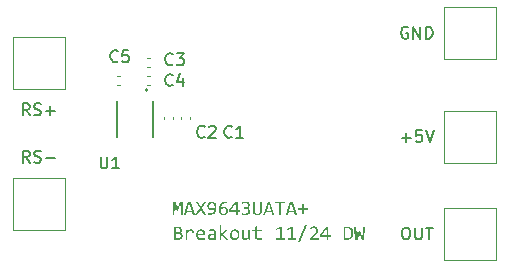
<source format=gto>
%TF.GenerationSoftware,KiCad,Pcbnew,8.0.1*%
%TF.CreationDate,2024-12-12T11:44:27-05:00*%
%TF.ProjectId,max9643_breakout,6d617839-3634-4335-9f62-7265616b6f75,rev?*%
%TF.SameCoordinates,Original*%
%TF.FileFunction,Legend,Top*%
%TF.FilePolarity,Positive*%
%FSLAX46Y46*%
G04 Gerber Fmt 4.6, Leading zero omitted, Abs format (unit mm)*
G04 Created by KiCad (PCBNEW 8.0.1) date 2024-12-12 11:44:27*
%MOMM*%
%LPD*%
G01*
G04 APERTURE LIST*
%ADD10C,0.150000*%
%ADD11C,0.120000*%
%ADD12C,0.127000*%
%ADD13C,0.200000*%
G04 APERTURE END LIST*
D10*
G36*
X105724764Y-71387500D02*
G01*
X105575471Y-71387500D01*
X105553183Y-70688354D01*
X105543719Y-70424572D01*
X105491207Y-70578140D01*
X105325427Y-71016250D01*
X105219792Y-71016250D01*
X105061950Y-70594931D01*
X105009438Y-70424572D01*
X105006079Y-70700261D01*
X104986235Y-71387500D01*
X104842131Y-71387500D01*
X104897086Y-70273752D01*
X105078131Y-70273752D01*
X105229256Y-70688354D01*
X105278410Y-70828183D01*
X105325427Y-70688354D01*
X105484490Y-70273752D01*
X105670725Y-70273752D01*
X105724764Y-71387500D01*
G37*
G36*
X106719443Y-71387500D02*
G01*
X106552747Y-71387500D01*
X106474590Y-71153026D01*
X106007475Y-71153026D01*
X105928401Y-71387500D01*
X105769644Y-71387500D01*
X105893903Y-71016250D01*
X106051439Y-71016250D01*
X106430931Y-71016250D01*
X106241032Y-70414802D01*
X106051439Y-71016250D01*
X105893903Y-71016250D01*
X106142419Y-70273752D01*
X106351857Y-70273752D01*
X106719443Y-71387500D01*
G37*
G36*
X107668326Y-71387500D02*
G01*
X107475375Y-71387500D01*
X107202128Y-70934124D01*
X106928271Y-71387500D01*
X106737761Y-71387500D01*
X107111147Y-70818414D01*
X106767681Y-70273752D01*
X106949031Y-70273752D01*
X107205486Y-70696292D01*
X107464078Y-70273752D01*
X107640239Y-70273752D01*
X107295856Y-70811392D01*
X107668326Y-71387500D01*
G37*
G36*
X108222161Y-70258748D02*
G01*
X108283684Y-70272352D01*
X108310685Y-70281690D01*
X108368922Y-70312010D01*
X108416301Y-70351886D01*
X108432807Y-70370228D01*
X108468327Y-70421176D01*
X108495305Y-70476929D01*
X108513407Y-70528986D01*
X108528863Y-70593940D01*
X108537879Y-70659384D01*
X108542000Y-70723112D01*
X108542716Y-70765596D01*
X108540831Y-70834879D01*
X108535177Y-70899809D01*
X108525754Y-70960385D01*
X108510370Y-71024285D01*
X108503332Y-71046781D01*
X108478159Y-71109589D01*
X108446949Y-71165781D01*
X108409702Y-71215356D01*
X108386400Y-71240038D01*
X108334517Y-71283484D01*
X108281652Y-71315958D01*
X108222944Y-71342152D01*
X108194975Y-71351779D01*
X108135689Y-71367407D01*
X108072014Y-71378569D01*
X108003950Y-71385267D01*
X107940795Y-71387465D01*
X107931498Y-71387500D01*
X107837770Y-71387500D01*
X107837770Y-71255608D01*
X107941878Y-71255608D01*
X108008032Y-71253462D01*
X108074050Y-71246142D01*
X108132998Y-71233627D01*
X108194250Y-71212142D01*
X108250182Y-71181454D01*
X108267637Y-71168597D01*
X108312377Y-71124147D01*
X108345848Y-71071514D01*
X108349459Y-71063878D01*
X108370212Y-71005416D01*
X108382158Y-70943071D01*
X108384874Y-70917027D01*
X108388232Y-70879474D01*
X108333948Y-70909590D01*
X108276747Y-70932130D01*
X108263668Y-70936261D01*
X108199889Y-70950870D01*
X108136478Y-70957110D01*
X108111017Y-70957632D01*
X108050051Y-70954154D01*
X107986305Y-70941307D01*
X107961418Y-70932903D01*
X107905855Y-70905358D01*
X107857235Y-70866365D01*
X107854562Y-70863599D01*
X107817315Y-70814903D01*
X107790448Y-70757964D01*
X107775108Y-70698371D01*
X107769160Y-70634083D01*
X107769077Y-70625157D01*
X107769914Y-70614166D01*
X107926308Y-70614166D01*
X107931699Y-70677553D01*
X107938825Y-70706978D01*
X107966583Y-70763447D01*
X107977294Y-70776587D01*
X108027450Y-70812939D01*
X108044766Y-70820245D01*
X108105567Y-70833707D01*
X108142768Y-70835511D01*
X108204181Y-70829876D01*
X108208408Y-70829099D01*
X108268327Y-70813164D01*
X108274354Y-70811086D01*
X108332081Y-70786686D01*
X108335720Y-70784830D01*
X108388232Y-70752468D01*
X108386622Y-70688760D01*
X108381132Y-70626670D01*
X108371746Y-70572950D01*
X108353356Y-70511421D01*
X108324729Y-70456934D01*
X108280937Y-70411997D01*
X108249624Y-70394652D01*
X108189756Y-70378910D01*
X108149485Y-70376334D01*
X108086896Y-70383838D01*
X108060642Y-70392210D01*
X108005744Y-70423809D01*
X107990116Y-70438005D01*
X107954012Y-70488867D01*
X107943405Y-70512805D01*
X107928712Y-70573150D01*
X107926308Y-70614166D01*
X107769914Y-70614166D01*
X107773763Y-70563615D01*
X107789290Y-70501170D01*
X107797470Y-70479832D01*
X107826638Y-70424125D01*
X107864455Y-70375080D01*
X107876849Y-70362290D01*
X107925527Y-70322511D01*
X107981802Y-70290797D01*
X107999275Y-70283217D01*
X108059542Y-70264438D01*
X108124747Y-70255232D01*
X108156507Y-70254213D01*
X108222161Y-70258748D01*
G37*
G36*
X109436034Y-70405643D02*
G01*
X109315744Y-70405643D01*
X109249827Y-70408457D01*
X109185077Y-70417945D01*
X109141416Y-70429457D01*
X109081535Y-70454034D01*
X109027363Y-70488667D01*
X109017768Y-70496624D01*
X108973804Y-70544480D01*
X108943125Y-70597525D01*
X108941442Y-70601343D01*
X108920834Y-70661807D01*
X108909347Y-70724051D01*
X108907859Y-70738119D01*
X108904501Y-70781777D01*
X108958851Y-70751661D01*
X109016237Y-70729121D01*
X109029370Y-70724991D01*
X109093567Y-70710382D01*
X109157155Y-70704141D01*
X109182632Y-70703620D01*
X109248313Y-70707701D01*
X109311158Y-70721225D01*
X109331620Y-70728349D01*
X109386964Y-70755826D01*
X109435498Y-70794600D01*
X109438171Y-70797348D01*
X109477315Y-70849057D01*
X109501980Y-70902983D01*
X109517538Y-70963197D01*
X109523466Y-71024238D01*
X109523656Y-71037927D01*
X109519021Y-71098876D01*
X109503660Y-71161019D01*
X109495568Y-71182336D01*
X109466700Y-71238043D01*
X109428716Y-71287088D01*
X109416189Y-71299877D01*
X109367219Y-71339389D01*
X109310068Y-71370837D01*
X109292236Y-71378340D01*
X109230628Y-71396922D01*
X109169198Y-71405666D01*
X109131341Y-71407039D01*
X109070058Y-71403576D01*
X109008964Y-71391898D01*
X108967088Y-71377730D01*
X108913069Y-71348478D01*
X108866608Y-71308847D01*
X108847714Y-71287055D01*
X108812548Y-71231954D01*
X108786795Y-71171791D01*
X108774747Y-71132571D01*
X108761706Y-71070872D01*
X108754098Y-71009684D01*
X108750403Y-70943135D01*
X108750017Y-70911837D01*
X108750091Y-70908784D01*
X108904501Y-70908784D01*
X108905991Y-70972683D01*
X108911075Y-71034982D01*
X108919766Y-71088913D01*
X108937650Y-71150441D01*
X108965867Y-71204928D01*
X109009515Y-71249340D01*
X109040971Y-71266599D01*
X109102318Y-71282342D01*
X109144164Y-71284918D01*
X109207434Y-71277558D01*
X109233618Y-71269347D01*
X109286591Y-71238955D01*
X109304143Y-71222941D01*
X109340089Y-71171833D01*
X109350549Y-71148142D01*
X109364979Y-71088417D01*
X109367341Y-71048002D01*
X109361950Y-70985291D01*
X109354823Y-70955800D01*
X109326797Y-70898936D01*
X109315744Y-70885886D01*
X109265484Y-70849057D01*
X109248272Y-70841617D01*
X109188009Y-70827617D01*
X109150881Y-70825741D01*
X109089128Y-70831644D01*
X109084935Y-70832458D01*
X109025068Y-70848341D01*
X109018989Y-70850471D01*
X108961298Y-70875175D01*
X108957623Y-70877032D01*
X108904501Y-70908784D01*
X108750091Y-70908784D01*
X108751563Y-70848453D01*
X108756199Y-70786529D01*
X108761008Y-70746057D01*
X108772554Y-70682181D01*
X108788837Y-70621531D01*
X108797950Y-70594626D01*
X108823871Y-70534720D01*
X108856220Y-70479489D01*
X108866643Y-70464567D01*
X108908283Y-70416014D01*
X108957871Y-70374006D01*
X108973499Y-70363206D01*
X109029320Y-70331850D01*
X109087466Y-70308451D01*
X109124319Y-70297260D01*
X109187176Y-70283876D01*
X109249955Y-70276530D01*
X109311043Y-70273844D01*
X109325209Y-70273752D01*
X109436034Y-70273752D01*
X109436034Y-70405643D01*
G37*
G36*
X110335458Y-71001596D02*
G01*
X110526884Y-71001596D01*
X110526884Y-71133487D01*
X110335458Y-71133487D01*
X110335458Y-71387500D01*
X110182501Y-71387500D01*
X110182501Y-71133487D01*
X109642419Y-71133487D01*
X109642419Y-71001596D01*
X109791713Y-71001596D01*
X110182501Y-71001596D01*
X110182501Y-70415718D01*
X109791713Y-71001596D01*
X109642419Y-71001596D01*
X110120830Y-70273752D01*
X110335458Y-70273752D01*
X110335458Y-71001596D01*
G37*
G36*
X111410737Y-71053803D02*
G01*
X111404952Y-71116222D01*
X111387596Y-71175252D01*
X111380512Y-71191495D01*
X111348547Y-71244555D01*
X111305012Y-71291539D01*
X111290448Y-71303846D01*
X111236491Y-71339466D01*
X111177651Y-71366442D01*
X111139323Y-71379562D01*
X111079508Y-71394052D01*
X111013790Y-71403175D01*
X110949597Y-71406797D01*
X110927137Y-71407039D01*
X110863633Y-71405665D01*
X110806847Y-71401543D01*
X110746132Y-71393941D01*
X110707318Y-71387500D01*
X110707318Y-71255608D01*
X110769260Y-71264903D01*
X110819975Y-71270263D01*
X110883595Y-71274074D01*
X110940875Y-71275148D01*
X111005258Y-71272729D01*
X111069403Y-71263928D01*
X111084673Y-71260493D01*
X111144941Y-71239606D01*
X111182065Y-71217751D01*
X111225760Y-71171662D01*
X111237020Y-71150279D01*
X111252723Y-71090944D01*
X111254422Y-71060825D01*
X111242744Y-70999287D01*
X111233661Y-70981751D01*
X111191265Y-70935695D01*
X111175654Y-70925270D01*
X111117512Y-70899269D01*
X111086505Y-70891076D01*
X111024928Y-70881695D01*
X110972627Y-70879474D01*
X110844705Y-70879474D01*
X110844705Y-70757353D01*
X110974459Y-70757353D01*
X111037032Y-70751568D01*
X111066660Y-70743920D01*
X111122531Y-70717244D01*
X111138101Y-70705451D01*
X111177155Y-70657111D01*
X111183592Y-70643780D01*
X111198475Y-70582872D01*
X111199467Y-70560127D01*
X111191739Y-70498847D01*
X111160344Y-70441808D01*
X111144513Y-70427625D01*
X111086552Y-70399241D01*
X111021150Y-70387564D01*
X110983007Y-70386104D01*
X110921724Y-70388861D01*
X110866076Y-70395874D01*
X110804023Y-70408086D01*
X110741828Y-70423971D01*
X110737543Y-70425183D01*
X110737543Y-70293292D01*
X110797463Y-70277265D01*
X110799520Y-70276805D01*
X110859586Y-70265530D01*
X110865771Y-70264593D01*
X110927326Y-70257312D01*
X110931411Y-70256960D01*
X110992412Y-70254215D01*
X110994303Y-70254213D01*
X111058160Y-70256960D01*
X111120554Y-70266139D01*
X111151229Y-70273752D01*
X111210093Y-70295760D01*
X111264802Y-70329623D01*
X111308927Y-70375422D01*
X111333496Y-70417855D01*
X111351600Y-70476706D01*
X111356699Y-70534787D01*
X111350854Y-70597854D01*
X111331148Y-70658261D01*
X111307240Y-70697819D01*
X111265036Y-70743314D01*
X111212615Y-70781338D01*
X111171990Y-70802538D01*
X111231443Y-70818267D01*
X111258086Y-70829710D01*
X111310372Y-70861554D01*
X111334717Y-70882222D01*
X111375253Y-70931508D01*
X111389672Y-70957632D01*
X111408248Y-71018609D01*
X111410737Y-71053803D01*
G37*
G36*
X112401753Y-71002512D02*
G01*
X112398650Y-71063880D01*
X112388189Y-71126219D01*
X112375497Y-71169818D01*
X112350330Y-71226914D01*
X112314099Y-71280175D01*
X112298866Y-71297130D01*
X112250137Y-71338520D01*
X112197041Y-71368791D01*
X112174607Y-71378340D01*
X112111445Y-71396922D01*
X112046701Y-71405666D01*
X112006079Y-71407039D01*
X111943570Y-71404385D01*
X111882041Y-71395337D01*
X111828087Y-71379867D01*
X111769383Y-71351500D01*
X111717899Y-71311509D01*
X111709019Y-71302320D01*
X111671519Y-71250952D01*
X111646325Y-71195019D01*
X111642158Y-71182030D01*
X111628716Y-71122356D01*
X111622127Y-71057443D01*
X111621397Y-71025715D01*
X111621397Y-70273752D01*
X111774049Y-70273752D01*
X111774049Y-71013808D01*
X111777178Y-71075708D01*
X111786566Y-71129518D01*
X111809701Y-71187596D01*
X111827172Y-71212561D01*
X111876661Y-71252039D01*
X111900750Y-71262936D01*
X111961403Y-71277211D01*
X112010964Y-71280033D01*
X112074586Y-71274478D01*
X112133381Y-71255277D01*
X112183592Y-71218316D01*
X112191093Y-71209813D01*
X112224119Y-71154791D01*
X112242247Y-71093062D01*
X112248874Y-71027972D01*
X112249101Y-71012281D01*
X112249101Y-70273752D01*
X112401753Y-70273752D01*
X112401753Y-71002512D01*
G37*
G36*
X113447112Y-71387500D02*
G01*
X113280416Y-71387500D01*
X113202259Y-71153026D01*
X112735144Y-71153026D01*
X112656071Y-71387500D01*
X112497313Y-71387500D01*
X112621572Y-71016250D01*
X112779108Y-71016250D01*
X113158600Y-71016250D01*
X112968702Y-70414802D01*
X112779108Y-71016250D01*
X112621572Y-71016250D01*
X112870088Y-70273752D01*
X113079527Y-70273752D01*
X113447112Y-71387500D01*
G37*
G36*
X114342873Y-70405643D02*
G01*
X114010703Y-70405643D01*
X114010703Y-71387500D01*
X113855914Y-71387500D01*
X113855914Y-70405643D01*
X113523743Y-70405643D01*
X113523743Y-70273752D01*
X114342873Y-70273752D01*
X114342873Y-70405643D01*
G37*
G36*
X115369303Y-71387500D02*
G01*
X115202608Y-71387500D01*
X115124450Y-71153026D01*
X114657336Y-71153026D01*
X114578262Y-71387500D01*
X114419504Y-71387500D01*
X114543763Y-71016250D01*
X114701299Y-71016250D01*
X115080792Y-71016250D01*
X114890893Y-70414802D01*
X114701299Y-71016250D01*
X114543763Y-71016250D01*
X114792280Y-70273752D01*
X115001718Y-70273752D01*
X115369303Y-71387500D01*
G37*
G36*
X116266896Y-70977172D02*
G01*
X115929230Y-70977172D01*
X115929230Y-71328881D01*
X115781769Y-71328881D01*
X115781769Y-70977172D01*
X115444103Y-70977172D01*
X115444103Y-70845280D01*
X115781769Y-70845280D01*
X115781769Y-70493571D01*
X115929230Y-70493571D01*
X115929230Y-70845280D01*
X116266896Y-70845280D01*
X116266896Y-70977172D01*
G37*
G36*
X105323789Y-72376146D02*
G01*
X105402937Y-72386784D01*
X105470359Y-72405932D01*
X105526055Y-72433590D01*
X105579187Y-72480131D01*
X105613997Y-72539970D01*
X105630486Y-72613105D01*
X105631952Y-72646083D01*
X105625855Y-72710669D01*
X105605491Y-72772401D01*
X105588599Y-72802093D01*
X105544405Y-72849437D01*
X105487690Y-72883391D01*
X105447548Y-72898874D01*
X105507789Y-72916256D01*
X105533644Y-72927878D01*
X105585134Y-72961357D01*
X105605390Y-72980390D01*
X105641729Y-73030241D01*
X105654239Y-73056716D01*
X105669981Y-73116083D01*
X105672557Y-73155940D01*
X105667367Y-73217710D01*
X105650170Y-73277583D01*
X105641111Y-73297295D01*
X105605794Y-73350667D01*
X105558804Y-73395720D01*
X105551657Y-73401099D01*
X105496492Y-73434316D01*
X105436896Y-73458149D01*
X105411828Y-73465518D01*
X105347657Y-73478913D01*
X105284308Y-73485761D01*
X105229256Y-73487500D01*
X104935554Y-73487500D01*
X104935554Y-72979474D01*
X105088511Y-72979474D01*
X105088511Y-73360493D01*
X105250017Y-73360493D01*
X105311478Y-73357478D01*
X105376552Y-73345230D01*
X105433050Y-73320876D01*
X105445717Y-73312255D01*
X105487425Y-73264093D01*
X105507053Y-73203714D01*
X105510136Y-73161435D01*
X105499141Y-73100635D01*
X105492123Y-73085415D01*
X105451968Y-73037400D01*
X105439610Y-73028323D01*
X105382571Y-73000208D01*
X105355957Y-72992297D01*
X105292919Y-72981591D01*
X105244827Y-72979474D01*
X105088511Y-72979474D01*
X104935554Y-72979474D01*
X104935554Y-72500758D01*
X105088511Y-72500758D01*
X105088511Y-72852468D01*
X105241468Y-72852468D01*
X105302911Y-72848175D01*
X105336113Y-72841477D01*
X105393185Y-72817835D01*
X105409080Y-72806978D01*
X105450819Y-72759563D01*
X105456402Y-72748970D01*
X105472144Y-72689207D01*
X105473194Y-72665928D01*
X105464071Y-72604730D01*
X105462814Y-72600898D01*
X105428394Y-72550054D01*
X105426788Y-72548691D01*
X105373021Y-72519017D01*
X105357178Y-72513886D01*
X105293542Y-72502605D01*
X105246659Y-72500758D01*
X105088511Y-72500758D01*
X104935554Y-72500758D01*
X104935554Y-72373752D01*
X105256734Y-72373752D01*
X105323789Y-72376146D01*
G37*
G36*
X105933592Y-72627765D02*
G01*
X106070368Y-72627765D01*
X106074642Y-72788354D01*
X106117406Y-72739099D01*
X106164525Y-72694115D01*
X106215875Y-72656478D01*
X106225157Y-72650968D01*
X106281013Y-72624922D01*
X106342008Y-72610271D01*
X106375061Y-72608225D01*
X106438010Y-72613759D01*
X106499112Y-72633213D01*
X106554938Y-72671257D01*
X106578087Y-72696763D01*
X106611178Y-72753376D01*
X106630699Y-72815133D01*
X106640140Y-72877999D01*
X106642453Y-72949104D01*
X106642201Y-72959935D01*
X106491076Y-72959935D01*
X106489431Y-72898618D01*
X106479222Y-72837647D01*
X106457798Y-72788660D01*
X106410777Y-72746971D01*
X106353689Y-72735232D01*
X106292934Y-72746528D01*
X106238404Y-72776581D01*
X106230347Y-72782554D01*
X106184248Y-72822919D01*
X106161959Y-72845751D01*
X106119787Y-72894245D01*
X106084717Y-72939174D01*
X106084717Y-73487500D01*
X105933592Y-73487500D01*
X105933592Y-72627765D01*
G37*
G36*
X107279012Y-72612175D02*
G01*
X107342581Y-72625369D01*
X107374014Y-72636313D01*
X107430714Y-72665123D01*
X107479000Y-72702931D01*
X107491250Y-72715387D01*
X107528483Y-72764532D01*
X107556833Y-72822210D01*
X107563302Y-72840256D01*
X107579116Y-72902662D01*
X107586558Y-72965366D01*
X107587726Y-73004204D01*
X107586810Y-73057021D01*
X107584368Y-73096711D01*
X106978951Y-73096711D01*
X106983569Y-73161130D01*
X106999803Y-73224113D01*
X107031550Y-73282312D01*
X107052834Y-73306760D01*
X107105362Y-73345400D01*
X107163497Y-73367940D01*
X107223808Y-73378244D01*
X107265631Y-73380033D01*
X107327150Y-73378017D01*
X107341346Y-73376980D01*
X107403275Y-73369791D01*
X107414314Y-73368126D01*
X107475443Y-73357162D01*
X107481481Y-73355914D01*
X107541320Y-73340954D01*
X107541320Y-73463075D01*
X107480587Y-73479783D01*
X107417609Y-73492473D01*
X107403323Y-73494827D01*
X107340103Y-73502734D01*
X107274968Y-73506610D01*
X107244260Y-73507039D01*
X107178005Y-73504087D01*
X107112082Y-73494022D01*
X107053445Y-73476814D01*
X106997675Y-73450324D01*
X106946268Y-73413003D01*
X106922470Y-73389192D01*
X106885428Y-73338076D01*
X106857153Y-73278495D01*
X106847060Y-73248142D01*
X106833154Y-73188242D01*
X106825021Y-73123148D01*
X106822636Y-73059464D01*
X106825738Y-72997686D01*
X106828684Y-72979474D01*
X106978951Y-72979474D01*
X107432327Y-72979474D01*
X107429523Y-72916210D01*
X107421031Y-72876892D01*
X107395069Y-72819014D01*
X107378593Y-72796903D01*
X107329926Y-72756197D01*
X107306847Y-72744391D01*
X107247933Y-72728124D01*
X107207318Y-72725462D01*
X107146754Y-72733482D01*
X107117864Y-72744085D01*
X107065611Y-72778304D01*
X107048255Y-72795987D01*
X107013570Y-72848238D01*
X107001238Y-72876282D01*
X106984691Y-72935343D01*
X106978951Y-72979474D01*
X106828684Y-72979474D01*
X106836200Y-72933007D01*
X106848892Y-72886357D01*
X106871933Y-72827824D01*
X106904452Y-72770810D01*
X106925218Y-72742864D01*
X106969876Y-72696741D01*
X107021992Y-72659082D01*
X107048560Y-72644556D01*
X107106077Y-72622417D01*
X107169174Y-72610496D01*
X107214340Y-72608225D01*
X107279012Y-72612175D01*
G37*
G36*
X108237180Y-72611556D02*
G01*
X108300645Y-72622518D01*
X108312517Y-72625628D01*
X108370525Y-72647304D01*
X108418763Y-72678140D01*
X108461159Y-72723434D01*
X108485319Y-72766678D01*
X108503423Y-72828549D01*
X108508522Y-72892158D01*
X108508522Y-73487500D01*
X108374494Y-73487500D01*
X108371135Y-73372095D01*
X108322397Y-73416521D01*
X108268651Y-73454288D01*
X108227948Y-73475287D01*
X108167898Y-73495845D01*
X108105329Y-73505923D01*
X108075601Y-73507039D01*
X108011031Y-73502880D01*
X107949206Y-73488110D01*
X107893668Y-73460681D01*
X107863110Y-73436209D01*
X107825027Y-73385112D01*
X107813346Y-73358356D01*
X107799346Y-73296296D01*
X107797470Y-73261270D01*
X107798189Y-73253942D01*
X107955617Y-73253942D01*
X107963250Y-73301570D01*
X107987979Y-73341870D01*
X108032859Y-73369958D01*
X108094844Y-73379993D01*
X108099720Y-73380033D01*
X108162500Y-73370179D01*
X108217873Y-73348892D01*
X108273159Y-73317346D01*
X108326339Y-73277582D01*
X108358312Y-73249668D01*
X108358312Y-73096711D01*
X108168414Y-73096711D01*
X108104658Y-73101124D01*
X108072243Y-73108007D01*
X108016228Y-73132317D01*
X108005992Y-73139759D01*
X107967829Y-73189218D01*
X107955665Y-73249468D01*
X107955617Y-73253942D01*
X107798189Y-73253942D01*
X107803500Y-73199789D01*
X107824698Y-73139108D01*
X107861159Y-73087411D01*
X107893946Y-73057937D01*
X107948099Y-73025747D01*
X108013777Y-73002754D01*
X108080700Y-72990179D01*
X108145086Y-72985006D01*
X108179710Y-72984359D01*
X108358312Y-72984359D01*
X108358312Y-72907117D01*
X108348904Y-72844748D01*
X108317943Y-72791283D01*
X108309159Y-72782248D01*
X108256540Y-72750108D01*
X108195718Y-72736884D01*
X108159865Y-72735232D01*
X108096428Y-72738153D01*
X108033808Y-72746919D01*
X108016067Y-72750497D01*
X107953156Y-72766308D01*
X107893063Y-72785385D01*
X107869521Y-72793850D01*
X107869521Y-72657074D01*
X107928394Y-72640169D01*
X107932719Y-72639061D01*
X107994060Y-72625642D01*
X108005992Y-72623490D01*
X108068626Y-72614382D01*
X108086898Y-72612500D01*
X108150439Y-72608492D01*
X108171772Y-72608225D01*
X108237180Y-72611556D01*
G37*
G36*
X109557240Y-73487500D02*
G01*
X109352076Y-73487500D01*
X108949991Y-73026186D01*
X108949991Y-73487500D01*
X108800697Y-73487500D01*
X108800697Y-72276055D01*
X108949991Y-72276055D01*
X108949991Y-73020385D01*
X109337421Y-72627765D01*
X109534952Y-72627765D01*
X109130425Y-73023743D01*
X109557240Y-73487500D01*
G37*
G36*
X110158953Y-72611652D02*
G01*
X110220669Y-72623209D01*
X110263407Y-72637229D01*
X110319460Y-72665229D01*
X110371486Y-72705300D01*
X110387971Y-72722103D01*
X110425614Y-72771785D01*
X110455195Y-72830536D01*
X110466128Y-72860711D01*
X110481598Y-72920479D01*
X110490647Y-72986019D01*
X110493300Y-73050610D01*
X110490527Y-73112291D01*
X110481072Y-73176283D01*
X110464907Y-73236235D01*
X110440278Y-73296041D01*
X110408521Y-73349063D01*
X110383391Y-73380643D01*
X110336349Y-73424879D01*
X110281547Y-73460348D01*
X110253637Y-73473761D01*
X110193473Y-73494040D01*
X110133194Y-73504407D01*
X110080225Y-73507039D01*
X110018863Y-73503612D01*
X109957024Y-73492055D01*
X109914139Y-73478035D01*
X109858233Y-73449985D01*
X109809582Y-73412966D01*
X109789576Y-73392855D01*
X109752080Y-73342829D01*
X109722445Y-73284035D01*
X109711418Y-73253942D01*
X109696122Y-73193892D01*
X109687175Y-73127926D01*
X109684551Y-73062822D01*
X109684796Y-73057327D01*
X109837203Y-73057327D01*
X109840125Y-73119342D01*
X109850760Y-73182883D01*
X109854911Y-73198377D01*
X109877861Y-73256918D01*
X109904980Y-73299127D01*
X109951181Y-73341750D01*
X109984054Y-73359883D01*
X110043359Y-73376707D01*
X110088773Y-73380033D01*
X110151055Y-73373469D01*
X110203567Y-73353777D01*
X110254097Y-73316100D01*
X110281725Y-73283251D01*
X110310855Y-73229005D01*
X110326299Y-73180669D01*
X110337061Y-73120525D01*
X110340648Y-73057327D01*
X110337726Y-72995215D01*
X110327091Y-72931938D01*
X110322941Y-72916582D01*
X110299904Y-72858279D01*
X110272566Y-72816137D01*
X110226246Y-72773633D01*
X110193187Y-72755687D01*
X110133842Y-72738607D01*
X110088773Y-72735232D01*
X110026720Y-72741872D01*
X109974284Y-72761793D01*
X109923754Y-72799322D01*
X109896127Y-72832318D01*
X109866900Y-72886414D01*
X109851247Y-72934900D01*
X109840289Y-72998495D01*
X109837203Y-73057327D01*
X109684796Y-73057327D01*
X109687294Y-73001392D01*
X109696648Y-72937813D01*
X109712639Y-72878419D01*
X109737412Y-72819028D01*
X109769139Y-72766334D01*
X109794155Y-72734926D01*
X109841344Y-72690493D01*
X109896092Y-72654927D01*
X109923909Y-72641503D01*
X109984259Y-72621225D01*
X110044634Y-72610858D01*
X110097627Y-72608225D01*
X110158953Y-72611652D01*
G37*
G36*
X111396999Y-73487500D02*
G01*
X111262971Y-73487500D01*
X111257780Y-73348892D01*
X111215663Y-73395485D01*
X111184508Y-73424912D01*
X111134634Y-73462367D01*
X111115204Y-73473761D01*
X111057067Y-73496848D01*
X111046205Y-73499406D01*
X110984647Y-73506853D01*
X110972627Y-73507039D01*
X110910154Y-73502154D01*
X110849634Y-73484981D01*
X110794513Y-73451397D01*
X110771737Y-73428881D01*
X110735995Y-73372060D01*
X110715146Y-73307615D01*
X110705614Y-73239747D01*
X110703960Y-73192271D01*
X110703960Y-72627765D01*
X110853253Y-72627765D01*
X110853253Y-73180975D01*
X110858512Y-73248623D01*
X110877943Y-73309857D01*
X110917680Y-73356511D01*
X110976117Y-73378283D01*
X111002852Y-73380033D01*
X111056280Y-73371789D01*
X111111235Y-73343396D01*
X111158976Y-73303154D01*
X111173211Y-73288747D01*
X111215273Y-73241429D01*
X111247400Y-73201735D01*
X111247400Y-72627765D01*
X111396999Y-72627765D01*
X111396999Y-73487500D01*
G37*
G36*
X112359621Y-73487500D02*
G01*
X112298254Y-73497781D01*
X112254902Y-73502459D01*
X112193529Y-73506162D01*
X112144993Y-73507039D01*
X112077997Y-73503518D01*
X112011054Y-73490872D01*
X111948014Y-73465651D01*
X111902887Y-73433461D01*
X111864368Y-73385671D01*
X111838455Y-73325419D01*
X111826004Y-73261401D01*
X111823203Y-73206926D01*
X111823203Y-72754771D01*
X111581707Y-72754771D01*
X111581707Y-72627765D01*
X111823203Y-72627765D01*
X111823203Y-72392681D01*
X111972496Y-72354213D01*
X111972496Y-72627765D01*
X112359621Y-72627765D01*
X112359621Y-72754771D01*
X111972496Y-72754771D01*
X111972496Y-73194713D01*
X111979408Y-73257940D01*
X112004945Y-73314991D01*
X112021650Y-73333932D01*
X112078282Y-73367022D01*
X112138367Y-73378907D01*
X112167280Y-73380033D01*
X112230471Y-73377667D01*
X112257344Y-73375453D01*
X112320337Y-73367320D01*
X112359621Y-73360493D01*
X112359621Y-73487500D01*
G37*
G36*
X114305931Y-73487500D02*
G01*
X113600985Y-73487500D01*
X113600985Y-73345839D01*
X113889497Y-73345839D01*
X113889497Y-72520298D01*
X113620830Y-72686383D01*
X113565875Y-72559377D01*
X113923080Y-72373752D01*
X114055277Y-72373752D01*
X114055277Y-73345839D01*
X114305931Y-73345839D01*
X114305931Y-73487500D01*
G37*
G36*
X115267027Y-73487500D02*
G01*
X114562081Y-73487500D01*
X114562081Y-73345839D01*
X114850593Y-73345839D01*
X114850593Y-72520298D01*
X114581926Y-72686383D01*
X114526971Y-72559377D01*
X114884176Y-72373752D01*
X115016372Y-72373752D01*
X115016372Y-73345839D01*
X115267027Y-73345839D01*
X115267027Y-73487500D01*
G37*
G36*
X116202477Y-72276055D02*
G01*
X115613241Y-73663354D01*
X115470664Y-73663354D01*
X116059900Y-72276055D01*
X116202477Y-72276055D01*
G37*
G36*
X117198682Y-73487500D02*
G01*
X116459237Y-73487500D01*
X116459237Y-73354387D01*
X116749581Y-73066791D01*
X116795522Y-73020752D01*
X116838398Y-72975629D01*
X116865596Y-72945280D01*
X116905209Y-72896203D01*
X116934900Y-72851552D01*
X116961531Y-72795510D01*
X116968483Y-72771563D01*
X116976623Y-72709160D01*
X116977032Y-72690352D01*
X116970137Y-72628665D01*
X116965736Y-72612194D01*
X116938495Y-72555860D01*
X116931542Y-72546859D01*
X116882606Y-72507640D01*
X116871397Y-72502285D01*
X116811004Y-72487384D01*
X116783164Y-72486104D01*
X116719073Y-72493282D01*
X116660751Y-72514815D01*
X116653410Y-72518771D01*
X116600821Y-72553623D01*
X116552392Y-72596928D01*
X116546249Y-72603340D01*
X116463817Y-72503506D01*
X116509748Y-72460120D01*
X116560225Y-72423155D01*
X116610057Y-72395123D01*
X116670150Y-72371831D01*
X116730352Y-72359047D01*
X116795861Y-72354253D01*
X116802704Y-72354213D01*
X116865582Y-72358479D01*
X116927245Y-72372517D01*
X116938869Y-72376500D01*
X116996037Y-72403672D01*
X117044809Y-72440614D01*
X117084575Y-72487172D01*
X117114113Y-72543196D01*
X117131644Y-72603575D01*
X117138323Y-72666103D01*
X117138538Y-72680277D01*
X117134263Y-72742101D01*
X117121441Y-72799345D01*
X117098277Y-72857324D01*
X117069539Y-72908339D01*
X117032952Y-72960158D01*
X116991662Y-73010097D01*
X116981917Y-73020996D01*
X116939599Y-73066090D01*
X116896055Y-73110217D01*
X116857048Y-73148307D01*
X116653410Y-73345839D01*
X117198682Y-73345839D01*
X117198682Y-73487500D01*
G37*
G36*
X118024223Y-73101596D02*
G01*
X118215648Y-73101596D01*
X118215648Y-73233487D01*
X118024223Y-73233487D01*
X118024223Y-73487500D01*
X117871266Y-73487500D01*
X117871266Y-73233487D01*
X117331184Y-73233487D01*
X117331184Y-73101596D01*
X117480478Y-73101596D01*
X117871266Y-73101596D01*
X117871266Y-72515718D01*
X117480478Y-73101596D01*
X117331184Y-73101596D01*
X117809595Y-72373752D01*
X118024223Y-72373752D01*
X118024223Y-73101596D01*
G37*
G36*
X119662911Y-72375851D02*
G01*
X119736569Y-72384378D01*
X119803697Y-72399464D01*
X119864295Y-72421110D01*
X119928395Y-72455743D01*
X119983092Y-72499821D01*
X119991294Y-72508086D01*
X120035286Y-72563348D01*
X120064994Y-72617041D01*
X120088381Y-72677682D01*
X120105447Y-72745269D01*
X120116192Y-72819803D01*
X120120237Y-72884432D01*
X120120743Y-72918414D01*
X120118677Y-72982297D01*
X120112479Y-73043963D01*
X120108225Y-73071676D01*
X120094409Y-73133861D01*
X120074866Y-73192190D01*
X120068230Y-73208147D01*
X120038848Y-73264626D01*
X120002221Y-73316142D01*
X119996789Y-73322636D01*
X119951499Y-73367720D01*
X119901360Y-73403867D01*
X119889628Y-73410868D01*
X119834605Y-73437915D01*
X119772730Y-73459519D01*
X119741861Y-73467655D01*
X119681362Y-73478953D01*
X119615307Y-73485562D01*
X119550436Y-73487500D01*
X119310162Y-73487500D01*
X119310162Y-72500758D01*
X119462814Y-72500758D01*
X119462814Y-73355608D01*
X119576997Y-73355608D01*
X119645471Y-73351854D01*
X119707210Y-73340592D01*
X119779052Y-73313897D01*
X119838920Y-73273855D01*
X119886815Y-73220465D01*
X119922735Y-73153728D01*
X119941818Y-73094915D01*
X119954166Y-73028595D01*
X119959779Y-72954767D01*
X119960153Y-72928489D01*
X119958366Y-72864754D01*
X119952188Y-72800736D01*
X119940296Y-72738580D01*
X119937561Y-72728210D01*
X119915623Y-72666970D01*
X119883432Y-72612740D01*
X119869783Y-72596318D01*
X119822038Y-72555196D01*
X119764096Y-72526283D01*
X119755600Y-72523351D01*
X119695856Y-72508723D01*
X119633732Y-72501839D01*
X119594399Y-72500758D01*
X119462814Y-72500758D01*
X119310162Y-72500758D01*
X119310162Y-72373752D01*
X119599284Y-72373752D01*
X119662911Y-72375851D01*
G37*
G36*
X121105652Y-72373752D02*
G01*
X121030242Y-73487500D01*
X120831795Y-73487500D01*
X120692882Y-73088773D01*
X120654108Y-72961156D01*
X120613808Y-73099153D01*
X120484970Y-73487500D01*
X120293545Y-73487500D01*
X120216303Y-72373752D01*
X120360406Y-72373752D01*
X120404370Y-73129073D01*
X120417192Y-73338206D01*
X120471231Y-73160825D01*
X120606786Y-72745001D01*
X120712421Y-72745001D01*
X120868736Y-73190744D01*
X120921249Y-73338206D01*
X120924607Y-73184028D01*
X120969181Y-72373752D01*
X121105652Y-72373752D01*
G37*
X92714285Y-62954819D02*
X92380952Y-62478628D01*
X92142857Y-62954819D02*
X92142857Y-61954819D01*
X92142857Y-61954819D02*
X92523809Y-61954819D01*
X92523809Y-61954819D02*
X92619047Y-62002438D01*
X92619047Y-62002438D02*
X92666666Y-62050057D01*
X92666666Y-62050057D02*
X92714285Y-62145295D01*
X92714285Y-62145295D02*
X92714285Y-62288152D01*
X92714285Y-62288152D02*
X92666666Y-62383390D01*
X92666666Y-62383390D02*
X92619047Y-62431009D01*
X92619047Y-62431009D02*
X92523809Y-62478628D01*
X92523809Y-62478628D02*
X92142857Y-62478628D01*
X93095238Y-62907200D02*
X93238095Y-62954819D01*
X93238095Y-62954819D02*
X93476190Y-62954819D01*
X93476190Y-62954819D02*
X93571428Y-62907200D01*
X93571428Y-62907200D02*
X93619047Y-62859580D01*
X93619047Y-62859580D02*
X93666666Y-62764342D01*
X93666666Y-62764342D02*
X93666666Y-62669104D01*
X93666666Y-62669104D02*
X93619047Y-62573866D01*
X93619047Y-62573866D02*
X93571428Y-62526247D01*
X93571428Y-62526247D02*
X93476190Y-62478628D01*
X93476190Y-62478628D02*
X93285714Y-62431009D01*
X93285714Y-62431009D02*
X93190476Y-62383390D01*
X93190476Y-62383390D02*
X93142857Y-62335771D01*
X93142857Y-62335771D02*
X93095238Y-62240533D01*
X93095238Y-62240533D02*
X93095238Y-62145295D01*
X93095238Y-62145295D02*
X93142857Y-62050057D01*
X93142857Y-62050057D02*
X93190476Y-62002438D01*
X93190476Y-62002438D02*
X93285714Y-61954819D01*
X93285714Y-61954819D02*
X93523809Y-61954819D01*
X93523809Y-61954819D02*
X93666666Y-62002438D01*
X94095238Y-62573866D02*
X94857143Y-62573866D01*
X94476190Y-62954819D02*
X94476190Y-62192914D01*
X124738095Y-55502438D02*
X124642857Y-55454819D01*
X124642857Y-55454819D02*
X124500000Y-55454819D01*
X124500000Y-55454819D02*
X124357143Y-55502438D01*
X124357143Y-55502438D02*
X124261905Y-55597676D01*
X124261905Y-55597676D02*
X124214286Y-55692914D01*
X124214286Y-55692914D02*
X124166667Y-55883390D01*
X124166667Y-55883390D02*
X124166667Y-56026247D01*
X124166667Y-56026247D02*
X124214286Y-56216723D01*
X124214286Y-56216723D02*
X124261905Y-56311961D01*
X124261905Y-56311961D02*
X124357143Y-56407200D01*
X124357143Y-56407200D02*
X124500000Y-56454819D01*
X124500000Y-56454819D02*
X124595238Y-56454819D01*
X124595238Y-56454819D02*
X124738095Y-56407200D01*
X124738095Y-56407200D02*
X124785714Y-56359580D01*
X124785714Y-56359580D02*
X124785714Y-56026247D01*
X124785714Y-56026247D02*
X124595238Y-56026247D01*
X125214286Y-56454819D02*
X125214286Y-55454819D01*
X125214286Y-55454819D02*
X125785714Y-56454819D01*
X125785714Y-56454819D02*
X125785714Y-55454819D01*
X126261905Y-56454819D02*
X126261905Y-55454819D01*
X126261905Y-55454819D02*
X126500000Y-55454819D01*
X126500000Y-55454819D02*
X126642857Y-55502438D01*
X126642857Y-55502438D02*
X126738095Y-55597676D01*
X126738095Y-55597676D02*
X126785714Y-55692914D01*
X126785714Y-55692914D02*
X126833333Y-55883390D01*
X126833333Y-55883390D02*
X126833333Y-56026247D01*
X126833333Y-56026247D02*
X126785714Y-56216723D01*
X126785714Y-56216723D02*
X126738095Y-56311961D01*
X126738095Y-56311961D02*
X126642857Y-56407200D01*
X126642857Y-56407200D02*
X126500000Y-56454819D01*
X126500000Y-56454819D02*
X126261905Y-56454819D01*
X124500000Y-72454819D02*
X124690476Y-72454819D01*
X124690476Y-72454819D02*
X124785714Y-72502438D01*
X124785714Y-72502438D02*
X124880952Y-72597676D01*
X124880952Y-72597676D02*
X124928571Y-72788152D01*
X124928571Y-72788152D02*
X124928571Y-73121485D01*
X124928571Y-73121485D02*
X124880952Y-73311961D01*
X124880952Y-73311961D02*
X124785714Y-73407200D01*
X124785714Y-73407200D02*
X124690476Y-73454819D01*
X124690476Y-73454819D02*
X124500000Y-73454819D01*
X124500000Y-73454819D02*
X124404762Y-73407200D01*
X124404762Y-73407200D02*
X124309524Y-73311961D01*
X124309524Y-73311961D02*
X124261905Y-73121485D01*
X124261905Y-73121485D02*
X124261905Y-72788152D01*
X124261905Y-72788152D02*
X124309524Y-72597676D01*
X124309524Y-72597676D02*
X124404762Y-72502438D01*
X124404762Y-72502438D02*
X124500000Y-72454819D01*
X125357143Y-72454819D02*
X125357143Y-73264342D01*
X125357143Y-73264342D02*
X125404762Y-73359580D01*
X125404762Y-73359580D02*
X125452381Y-73407200D01*
X125452381Y-73407200D02*
X125547619Y-73454819D01*
X125547619Y-73454819D02*
X125738095Y-73454819D01*
X125738095Y-73454819D02*
X125833333Y-73407200D01*
X125833333Y-73407200D02*
X125880952Y-73359580D01*
X125880952Y-73359580D02*
X125928571Y-73264342D01*
X125928571Y-73264342D02*
X125928571Y-72454819D01*
X126261905Y-72454819D02*
X126833333Y-72454819D01*
X126547619Y-73454819D02*
X126547619Y-72454819D01*
X109833333Y-64759580D02*
X109785714Y-64807200D01*
X109785714Y-64807200D02*
X109642857Y-64854819D01*
X109642857Y-64854819D02*
X109547619Y-64854819D01*
X109547619Y-64854819D02*
X109404762Y-64807200D01*
X109404762Y-64807200D02*
X109309524Y-64711961D01*
X109309524Y-64711961D02*
X109261905Y-64616723D01*
X109261905Y-64616723D02*
X109214286Y-64426247D01*
X109214286Y-64426247D02*
X109214286Y-64283390D01*
X109214286Y-64283390D02*
X109261905Y-64092914D01*
X109261905Y-64092914D02*
X109309524Y-63997676D01*
X109309524Y-63997676D02*
X109404762Y-63902438D01*
X109404762Y-63902438D02*
X109547619Y-63854819D01*
X109547619Y-63854819D02*
X109642857Y-63854819D01*
X109642857Y-63854819D02*
X109785714Y-63902438D01*
X109785714Y-63902438D02*
X109833333Y-63950057D01*
X110785714Y-64854819D02*
X110214286Y-64854819D01*
X110500000Y-64854819D02*
X110500000Y-63854819D01*
X110500000Y-63854819D02*
X110404762Y-63997676D01*
X110404762Y-63997676D02*
X110309524Y-64092914D01*
X110309524Y-64092914D02*
X110214286Y-64140533D01*
X104833333Y-60359580D02*
X104785714Y-60407200D01*
X104785714Y-60407200D02*
X104642857Y-60454819D01*
X104642857Y-60454819D02*
X104547619Y-60454819D01*
X104547619Y-60454819D02*
X104404762Y-60407200D01*
X104404762Y-60407200D02*
X104309524Y-60311961D01*
X104309524Y-60311961D02*
X104261905Y-60216723D01*
X104261905Y-60216723D02*
X104214286Y-60026247D01*
X104214286Y-60026247D02*
X104214286Y-59883390D01*
X104214286Y-59883390D02*
X104261905Y-59692914D01*
X104261905Y-59692914D02*
X104309524Y-59597676D01*
X104309524Y-59597676D02*
X104404762Y-59502438D01*
X104404762Y-59502438D02*
X104547619Y-59454819D01*
X104547619Y-59454819D02*
X104642857Y-59454819D01*
X104642857Y-59454819D02*
X104785714Y-59502438D01*
X104785714Y-59502438D02*
X104833333Y-59550057D01*
X105690476Y-59788152D02*
X105690476Y-60454819D01*
X105452381Y-59407200D02*
X105214286Y-60121485D01*
X105214286Y-60121485D02*
X105833333Y-60121485D01*
X98738095Y-66454819D02*
X98738095Y-67264342D01*
X98738095Y-67264342D02*
X98785714Y-67359580D01*
X98785714Y-67359580D02*
X98833333Y-67407200D01*
X98833333Y-67407200D02*
X98928571Y-67454819D01*
X98928571Y-67454819D02*
X99119047Y-67454819D01*
X99119047Y-67454819D02*
X99214285Y-67407200D01*
X99214285Y-67407200D02*
X99261904Y-67359580D01*
X99261904Y-67359580D02*
X99309523Y-67264342D01*
X99309523Y-67264342D02*
X99309523Y-66454819D01*
X100309523Y-67454819D02*
X99738095Y-67454819D01*
X100023809Y-67454819D02*
X100023809Y-66454819D01*
X100023809Y-66454819D02*
X99928571Y-66597676D01*
X99928571Y-66597676D02*
X99833333Y-66692914D01*
X99833333Y-66692914D02*
X99738095Y-66740533D01*
X92714285Y-66954819D02*
X92380952Y-66478628D01*
X92142857Y-66954819D02*
X92142857Y-65954819D01*
X92142857Y-65954819D02*
X92523809Y-65954819D01*
X92523809Y-65954819D02*
X92619047Y-66002438D01*
X92619047Y-66002438D02*
X92666666Y-66050057D01*
X92666666Y-66050057D02*
X92714285Y-66145295D01*
X92714285Y-66145295D02*
X92714285Y-66288152D01*
X92714285Y-66288152D02*
X92666666Y-66383390D01*
X92666666Y-66383390D02*
X92619047Y-66431009D01*
X92619047Y-66431009D02*
X92523809Y-66478628D01*
X92523809Y-66478628D02*
X92142857Y-66478628D01*
X93095238Y-66907200D02*
X93238095Y-66954819D01*
X93238095Y-66954819D02*
X93476190Y-66954819D01*
X93476190Y-66954819D02*
X93571428Y-66907200D01*
X93571428Y-66907200D02*
X93619047Y-66859580D01*
X93619047Y-66859580D02*
X93666666Y-66764342D01*
X93666666Y-66764342D02*
X93666666Y-66669104D01*
X93666666Y-66669104D02*
X93619047Y-66573866D01*
X93619047Y-66573866D02*
X93571428Y-66526247D01*
X93571428Y-66526247D02*
X93476190Y-66478628D01*
X93476190Y-66478628D02*
X93285714Y-66431009D01*
X93285714Y-66431009D02*
X93190476Y-66383390D01*
X93190476Y-66383390D02*
X93142857Y-66335771D01*
X93142857Y-66335771D02*
X93095238Y-66240533D01*
X93095238Y-66240533D02*
X93095238Y-66145295D01*
X93095238Y-66145295D02*
X93142857Y-66050057D01*
X93142857Y-66050057D02*
X93190476Y-66002438D01*
X93190476Y-66002438D02*
X93285714Y-65954819D01*
X93285714Y-65954819D02*
X93523809Y-65954819D01*
X93523809Y-65954819D02*
X93666666Y-66002438D01*
X94095238Y-66573866D02*
X94857143Y-66573866D01*
X124214286Y-64836366D02*
X124976191Y-64836366D01*
X124595238Y-65217319D02*
X124595238Y-64455414D01*
X125928571Y-64217319D02*
X125452381Y-64217319D01*
X125452381Y-64217319D02*
X125404762Y-64693509D01*
X125404762Y-64693509D02*
X125452381Y-64645890D01*
X125452381Y-64645890D02*
X125547619Y-64598271D01*
X125547619Y-64598271D02*
X125785714Y-64598271D01*
X125785714Y-64598271D02*
X125880952Y-64645890D01*
X125880952Y-64645890D02*
X125928571Y-64693509D01*
X125928571Y-64693509D02*
X125976190Y-64788747D01*
X125976190Y-64788747D02*
X125976190Y-65026842D01*
X125976190Y-65026842D02*
X125928571Y-65122080D01*
X125928571Y-65122080D02*
X125880952Y-65169700D01*
X125880952Y-65169700D02*
X125785714Y-65217319D01*
X125785714Y-65217319D02*
X125547619Y-65217319D01*
X125547619Y-65217319D02*
X125452381Y-65169700D01*
X125452381Y-65169700D02*
X125404762Y-65122080D01*
X126261905Y-64217319D02*
X126595238Y-65217319D01*
X126595238Y-65217319D02*
X126928571Y-64217319D01*
X104833333Y-58606640D02*
X104785714Y-58654260D01*
X104785714Y-58654260D02*
X104642857Y-58701879D01*
X104642857Y-58701879D02*
X104547619Y-58701879D01*
X104547619Y-58701879D02*
X104404762Y-58654260D01*
X104404762Y-58654260D02*
X104309524Y-58559021D01*
X104309524Y-58559021D02*
X104261905Y-58463783D01*
X104261905Y-58463783D02*
X104214286Y-58273307D01*
X104214286Y-58273307D02*
X104214286Y-58130450D01*
X104214286Y-58130450D02*
X104261905Y-57939974D01*
X104261905Y-57939974D02*
X104309524Y-57844736D01*
X104309524Y-57844736D02*
X104404762Y-57749498D01*
X104404762Y-57749498D02*
X104547619Y-57701879D01*
X104547619Y-57701879D02*
X104642857Y-57701879D01*
X104642857Y-57701879D02*
X104785714Y-57749498D01*
X104785714Y-57749498D02*
X104833333Y-57797117D01*
X105166667Y-57701879D02*
X105785714Y-57701879D01*
X105785714Y-57701879D02*
X105452381Y-58082831D01*
X105452381Y-58082831D02*
X105595238Y-58082831D01*
X105595238Y-58082831D02*
X105690476Y-58130450D01*
X105690476Y-58130450D02*
X105738095Y-58178069D01*
X105738095Y-58178069D02*
X105785714Y-58273307D01*
X105785714Y-58273307D02*
X105785714Y-58511402D01*
X105785714Y-58511402D02*
X105738095Y-58606640D01*
X105738095Y-58606640D02*
X105690476Y-58654260D01*
X105690476Y-58654260D02*
X105595238Y-58701879D01*
X105595238Y-58701879D02*
X105309524Y-58701879D01*
X105309524Y-58701879D02*
X105214286Y-58654260D01*
X105214286Y-58654260D02*
X105166667Y-58606640D01*
X107533333Y-64759580D02*
X107485714Y-64807200D01*
X107485714Y-64807200D02*
X107342857Y-64854819D01*
X107342857Y-64854819D02*
X107247619Y-64854819D01*
X107247619Y-64854819D02*
X107104762Y-64807200D01*
X107104762Y-64807200D02*
X107009524Y-64711961D01*
X107009524Y-64711961D02*
X106961905Y-64616723D01*
X106961905Y-64616723D02*
X106914286Y-64426247D01*
X106914286Y-64426247D02*
X106914286Y-64283390D01*
X106914286Y-64283390D02*
X106961905Y-64092914D01*
X106961905Y-64092914D02*
X107009524Y-63997676D01*
X107009524Y-63997676D02*
X107104762Y-63902438D01*
X107104762Y-63902438D02*
X107247619Y-63854819D01*
X107247619Y-63854819D02*
X107342857Y-63854819D01*
X107342857Y-63854819D02*
X107485714Y-63902438D01*
X107485714Y-63902438D02*
X107533333Y-63950057D01*
X107914286Y-63950057D02*
X107961905Y-63902438D01*
X107961905Y-63902438D02*
X108057143Y-63854819D01*
X108057143Y-63854819D02*
X108295238Y-63854819D01*
X108295238Y-63854819D02*
X108390476Y-63902438D01*
X108390476Y-63902438D02*
X108438095Y-63950057D01*
X108438095Y-63950057D02*
X108485714Y-64045295D01*
X108485714Y-64045295D02*
X108485714Y-64140533D01*
X108485714Y-64140533D02*
X108438095Y-64283390D01*
X108438095Y-64283390D02*
X107866667Y-64854819D01*
X107866667Y-64854819D02*
X108485714Y-64854819D01*
X100183353Y-58358110D02*
X100135734Y-58405730D01*
X100135734Y-58405730D02*
X99992877Y-58453349D01*
X99992877Y-58453349D02*
X99897639Y-58453349D01*
X99897639Y-58453349D02*
X99754782Y-58405730D01*
X99754782Y-58405730D02*
X99659544Y-58310491D01*
X99659544Y-58310491D02*
X99611925Y-58215253D01*
X99611925Y-58215253D02*
X99564306Y-58024777D01*
X99564306Y-58024777D02*
X99564306Y-57881920D01*
X99564306Y-57881920D02*
X99611925Y-57691444D01*
X99611925Y-57691444D02*
X99659544Y-57596206D01*
X99659544Y-57596206D02*
X99754782Y-57500968D01*
X99754782Y-57500968D02*
X99897639Y-57453349D01*
X99897639Y-57453349D02*
X99992877Y-57453349D01*
X99992877Y-57453349D02*
X100135734Y-57500968D01*
X100135734Y-57500968D02*
X100183353Y-57548587D01*
X101088115Y-57453349D02*
X100611925Y-57453349D01*
X100611925Y-57453349D02*
X100564306Y-57929539D01*
X100564306Y-57929539D02*
X100611925Y-57881920D01*
X100611925Y-57881920D02*
X100707163Y-57834301D01*
X100707163Y-57834301D02*
X100945258Y-57834301D01*
X100945258Y-57834301D02*
X101040496Y-57881920D01*
X101040496Y-57881920D02*
X101088115Y-57929539D01*
X101088115Y-57929539D02*
X101135734Y-58024777D01*
X101135734Y-58024777D02*
X101135734Y-58262872D01*
X101135734Y-58262872D02*
X101088115Y-58358110D01*
X101088115Y-58358110D02*
X101040496Y-58405730D01*
X101040496Y-58405730D02*
X100945258Y-58453349D01*
X100945258Y-58453349D02*
X100707163Y-58453349D01*
X100707163Y-58453349D02*
X100611925Y-58405730D01*
X100611925Y-58405730D02*
X100564306Y-58358110D01*
D11*
%TO.C,J3*%
X91300000Y-56300000D02*
X95700000Y-56300000D01*
X91300000Y-60700000D02*
X91300000Y-56300000D01*
X95700000Y-56300000D02*
X95700000Y-60700000D01*
X95700000Y-60700000D02*
X91300000Y-60700000D01*
%TO.C,J2*%
X127800000Y-53800000D02*
X132200000Y-53800000D01*
X127800000Y-58200000D02*
X127800000Y-53800000D01*
X132200000Y-53800000D02*
X132200000Y-58200000D01*
X132200000Y-58200000D02*
X127800000Y-58200000D01*
%TO.C,J4*%
X127800000Y-70800000D02*
X132200000Y-70800000D01*
X127800000Y-75200000D02*
X127800000Y-70800000D01*
X132200000Y-70800000D02*
X132200000Y-75200000D01*
X132200000Y-75200000D02*
X127800000Y-75200000D01*
%TO.C,C1*%
X105565280Y-63299805D02*
X105565280Y-63068135D01*
X106285280Y-63299805D02*
X106285280Y-63068135D01*
%TO.C,C4*%
X102691965Y-59640000D02*
X102923635Y-59640000D01*
X102691965Y-60360000D02*
X102923635Y-60360000D01*
D12*
%TO.C,U1*%
X100093618Y-61716470D02*
X100093618Y-64816470D01*
X103193618Y-61716470D02*
X103193618Y-64816470D01*
D13*
X102718618Y-60821470D02*
G75*
G02*
X102518618Y-60821470I-100000J0D01*
G01*
X102518618Y-60821470D02*
G75*
G02*
X102718618Y-60821470I100000J0D01*
G01*
D11*
%TO.C,J5*%
X91300000Y-68300000D02*
X95700000Y-68300000D01*
X91300000Y-72700000D02*
X91300000Y-68300000D01*
X95700000Y-68300000D02*
X95700000Y-72700000D01*
X95700000Y-72700000D02*
X91300000Y-72700000D01*
%TO.C,J1*%
X127800000Y-62562500D02*
X132200000Y-62562500D01*
X127800000Y-66962500D02*
X127800000Y-62562500D01*
X132200000Y-62562500D02*
X132200000Y-66962500D01*
X132200000Y-66962500D02*
X127800000Y-66962500D01*
%TO.C,C3*%
X102691965Y-58138530D02*
X102923635Y-58138530D01*
X102691965Y-58858530D02*
X102923635Y-58858530D01*
%TO.C,C2*%
X104140000Y-63299805D02*
X104140000Y-63068135D01*
X104860000Y-63299805D02*
X104860000Y-63068135D01*
%TO.C,C5*%
X100391135Y-59640000D02*
X100159465Y-59640000D01*
X100391135Y-60360000D02*
X100159465Y-60360000D01*
%TD*%
M02*

</source>
